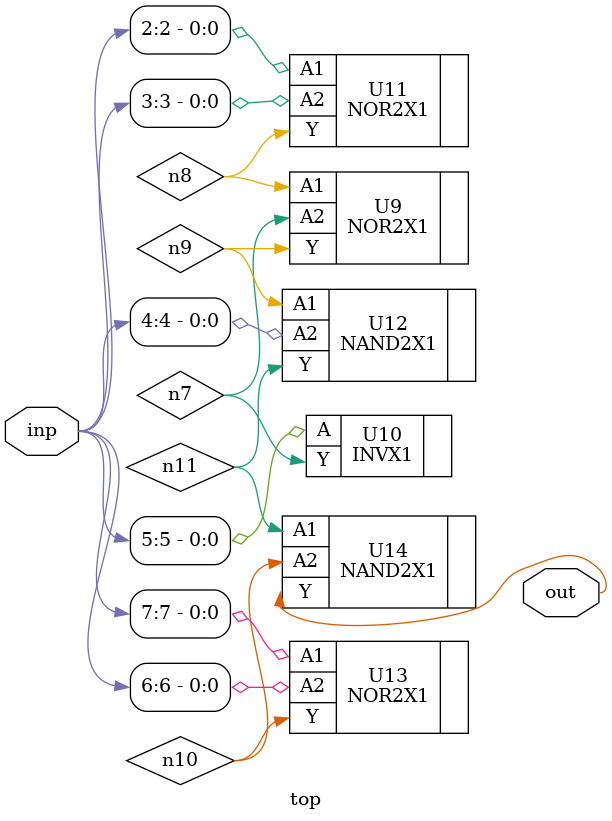
<source format=sv>


module top ( inp, out );
  input [7:0] inp;
  output out;
  wire   n7, n8, n9, n10, n11;

  NOR2X1 U9 ( .A1(n8), .A2(n7), .Y(n9) );
  INVX1 U10 ( .A(inp[5]), .Y(n7) );
  NOR2X1 U11 ( .A1(inp[2]), .A2(inp[3]), .Y(n8) );
  NAND2X1 U12 ( .A1(n9), .A2(inp[4]), .Y(n11) );
  NOR2X1 U13 ( .A1(inp[7]), .A2(inp[6]), .Y(n10) );
  NAND2X1 U14 ( .A1(n11), .A2(n10), .Y(out) );
endmodule


</source>
